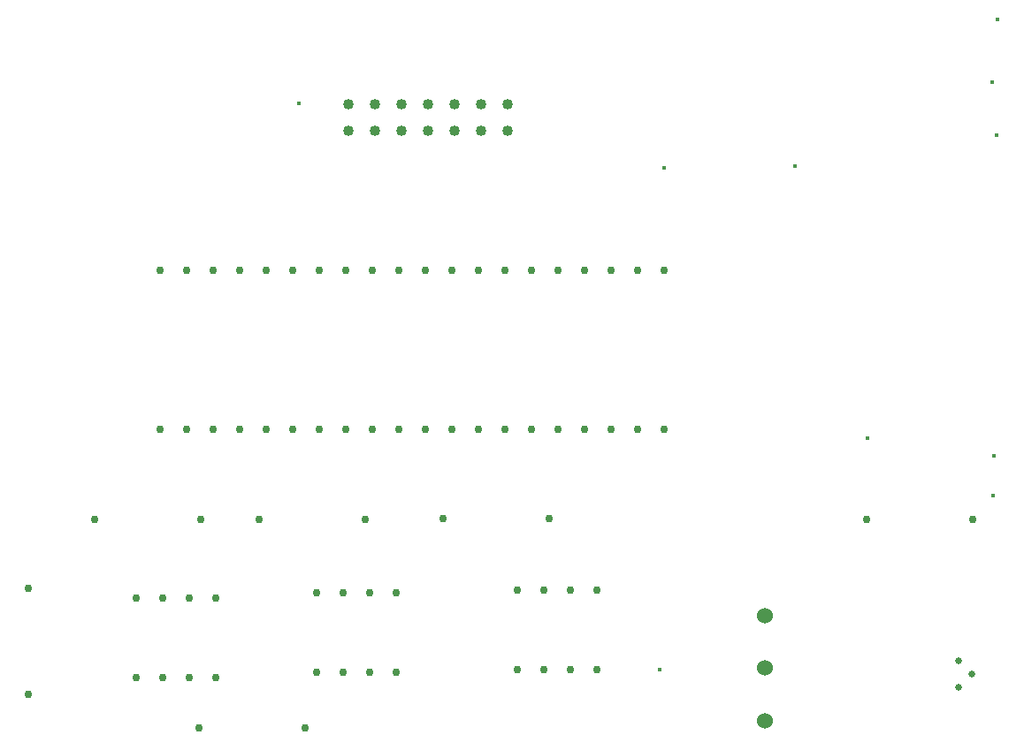
<source format=gbr>
G04 PROTEUS GERBER X2 FILE*
%TF.GenerationSoftware,Labcenter,Proteus,8.8-SP1-Build27031*%
%TF.CreationDate,2019-05-18T07:00:24+00:00*%
%TF.FileFunction,Plated,1,2,PTH*%
%TF.FilePolarity,Positive*%
%TF.Part,Single*%
%TF.SameCoordinates,{a8659aba-65a4-4c0a-9c60-288927405768}*%
%FSLAX45Y45*%
%MOMM*%
G01*
%TA.AperFunction,ViaDrill*%
%ADD30C,0.381000*%
%TA.AperFunction,ComponentDrill*%
%ADD31C,0.762000*%
%TA.AperFunction,ComponentDrill*%
%ADD32C,1.016000*%
%TA.AperFunction,ComponentDrill*%
%ADD33C,1.524000*%
%ADD34C,0.635000*%
%TD.AperFunction*%
D30*
X-1250352Y-1193640D03*
X+3500090Y-1796488D03*
X+2246166Y-1812564D03*
X+5397500Y-4953000D03*
X+5406877Y-4569588D03*
X+2205976Y-6619272D03*
X+4200000Y-4400000D03*
X+5389014Y-984652D03*
X+5431884Y-1495064D03*
X+5440000Y-390000D03*
D31*
X-2576000Y-4313000D03*
X-2322000Y-4313000D03*
X-2068000Y-4313000D03*
X-1814000Y-4313000D03*
X-1560000Y-4313000D03*
X-1306000Y-4313000D03*
X-1052000Y-4313000D03*
X-798000Y-4313000D03*
X-544000Y-4313000D03*
X-290000Y-4313000D03*
X-36000Y-4313000D03*
X+218000Y-4313000D03*
X+472000Y-4313000D03*
X+726000Y-4313000D03*
X+980000Y-4313000D03*
X+1234000Y-4313000D03*
X+1488000Y-4313000D03*
X+1742000Y-4313000D03*
X+1996000Y-4313000D03*
X+2250000Y-4313000D03*
X+2250000Y-2789000D03*
X+1996000Y-2789000D03*
X+1742000Y-2789000D03*
X+1488000Y-2789000D03*
X+1234000Y-2789000D03*
X+980000Y-2789000D03*
X+726000Y-2789000D03*
X+472000Y-2789000D03*
X+218000Y-2789000D03*
X-36000Y-2789000D03*
X-290000Y-2789000D03*
X-544000Y-2789000D03*
X-798000Y-2789000D03*
X-1052000Y-2789000D03*
X-1306000Y-2789000D03*
X-1560000Y-2789000D03*
X-1814000Y-2789000D03*
X-2068000Y-2789000D03*
X-2322000Y-2789000D03*
X-2576000Y-2789000D03*
D32*
X-771000Y-1455000D03*
X-517000Y-1455000D03*
X-263000Y-1455000D03*
X-9000Y-1455000D03*
X+245000Y-1455000D03*
X+499000Y-1455000D03*
X+753000Y-1455000D03*
X+753000Y-1201000D03*
X+499000Y-1201000D03*
X+245000Y-1201000D03*
X-9000Y-1201000D03*
X-263000Y-1201000D03*
X-517000Y-1201000D03*
X-771000Y-1201000D03*
D33*
X+3218000Y-6105000D03*
X+3218000Y-6605380D03*
X+3218000Y-7105760D03*
D31*
X+841000Y-6623000D03*
X+1095000Y-6623000D03*
X+1349000Y-6623000D03*
X+1603000Y-6623000D03*
X+1603000Y-5861000D03*
X+1349000Y-5861000D03*
X+1095000Y-5861000D03*
X+841000Y-5861000D03*
X-1079000Y-6642000D03*
X-825000Y-6642000D03*
X-571000Y-6642000D03*
X-317000Y-6642000D03*
X-317000Y-5880000D03*
X-571000Y-5880000D03*
X-825000Y-5880000D03*
X-1079000Y-5880000D03*
X-2809000Y-6696000D03*
X-2555000Y-6696000D03*
X-2301000Y-6696000D03*
X-2047000Y-6696000D03*
X-2047000Y-5934000D03*
X-2301000Y-5934000D03*
X-2555000Y-5934000D03*
X-2809000Y-5934000D03*
D34*
X+5071000Y-6788000D03*
X+5198000Y-6661000D03*
X+5071000Y-6534000D03*
D31*
X+4188000Y-5183000D03*
X+5204000Y-5183000D03*
X+1147000Y-5172000D03*
X+131000Y-5172000D03*
X-1629000Y-5180000D03*
X-613000Y-5180000D03*
X-1191000Y-7180000D03*
X-2207000Y-7180000D03*
X-3204000Y-5178000D03*
X-2188000Y-5178000D03*
X-3838000Y-5840000D03*
X-3838000Y-6856000D03*
M02*

</source>
